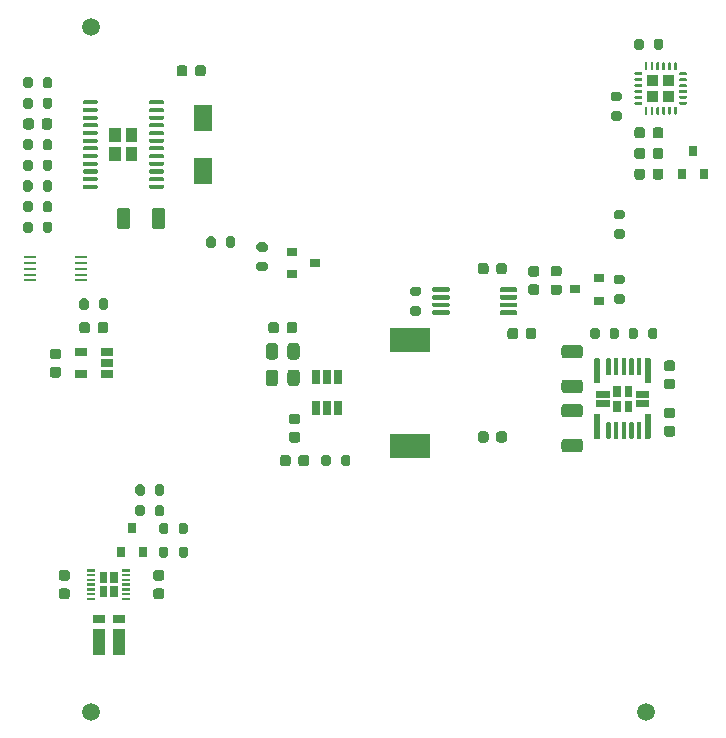
<source format=gbr>
G04 #@! TF.GenerationSoftware,KiCad,Pcbnew,(5.1.8)-1*
G04 #@! TF.CreationDate,2020-12-13T20:51:34-08:00*
G04 #@! TF.ProjectId,IRIS-power,49524953-2d70-46f7-9765-722e6b696361,rev?*
G04 #@! TF.SameCoordinates,Original*
G04 #@! TF.FileFunction,Paste,Top*
G04 #@! TF.FilePolarity,Positive*
%FSLAX46Y46*%
G04 Gerber Fmt 4.6, Leading zero omitted, Abs format (unit mm)*
G04 Created by KiCad (PCBNEW (5.1.8)-1) date 2020-12-13 20:51:34*
%MOMM*%
%LPD*%
G01*
G04 APERTURE LIST*
%ADD10C,0.100000*%
%ADD11R,1.000000X0.800000*%
%ADD12R,1.000000X2.300000*%
%ADD13R,3.500000X2.000000*%
%ADD14R,1.100000X0.250000*%
%ADD15R,1.600000X2.300000*%
%ADD16R,0.800000X0.900000*%
%ADD17R,1.060000X0.650000*%
%ADD18R,0.900000X0.800000*%
%ADD19R,0.650000X1.220000*%
%ADD20C,1.500000*%
G04 APERTURE END LIST*
D10*
G36*
X9740000Y-18120000D02*
G01*
X9740000Y-17200000D01*
X10370000Y-17200000D01*
X10370000Y-18120000D01*
X9740000Y-18120000D01*
G37*
G36*
X9740000Y-19300000D02*
G01*
X9740000Y-18380000D01*
X10370000Y-18380000D01*
X10370000Y-19300000D01*
X9740000Y-19300000D01*
G37*
G36*
X10630000Y-19300000D02*
G01*
X10630000Y-18380000D01*
X11260000Y-18380000D01*
X11260000Y-19300000D01*
X10630000Y-19300000D01*
G37*
G36*
X10630000Y-18120000D02*
G01*
X10630000Y-17200000D01*
X11260000Y-17200000D01*
X11260000Y-18120000D01*
X10630000Y-18120000D01*
G37*
G36*
X57050000Y23550000D02*
G01*
X57050000Y22600000D01*
X56100000Y22600000D01*
X56100000Y23550000D01*
X57050000Y23550000D01*
G37*
G36*
X57050000Y24900000D02*
G01*
X57050000Y23950000D01*
X56100000Y23950000D01*
X56100000Y24900000D01*
X57050000Y24900000D01*
G37*
G36*
X58400000Y24900000D02*
G01*
X58400000Y23950000D01*
X57450000Y23950000D01*
X57450000Y24900000D01*
X58400000Y24900000D01*
G37*
G36*
X58400000Y23550000D02*
G01*
X58400000Y22600000D01*
X57450000Y22600000D01*
X57450000Y23550000D01*
X58400000Y23550000D01*
G37*
G36*
X54750000Y-2700000D02*
G01*
X54750000Y-3550000D01*
X54200000Y-3550000D01*
X54200000Y-2700000D01*
X54750000Y-2700000D01*
G37*
X54750000Y-2700000D02*
X54750000Y-3550000D01*
X54200000Y-3550000D01*
X54200000Y-2700000D01*
X54750000Y-2700000D01*
G36*
X54750000Y-1450000D02*
G01*
X54750000Y-2300000D01*
X54200000Y-2300000D01*
X54200000Y-1450000D01*
X54750000Y-1450000D01*
G37*
X54750000Y-1450000D02*
X54750000Y-2300000D01*
X54200000Y-2300000D01*
X54200000Y-1450000D01*
X54750000Y-1450000D01*
G36*
X53800000Y-2700000D02*
G01*
X53800000Y-3550000D01*
X53250000Y-3550000D01*
X53250000Y-2700000D01*
X53800000Y-2700000D01*
G37*
X53800000Y-2700000D02*
X53800000Y-3550000D01*
X53250000Y-3550000D01*
X53250000Y-2700000D01*
X53800000Y-2700000D01*
G36*
X53800000Y-1450000D02*
G01*
X53800000Y-2300000D01*
X53250000Y-2300000D01*
X53250000Y-1450000D01*
X53800000Y-1450000D01*
G37*
X53800000Y-1450000D02*
X53800000Y-2300000D01*
X53250000Y-2300000D01*
X53250000Y-1450000D01*
X53800000Y-1450000D01*
G36*
X52850000Y-2650000D02*
G01*
X52850000Y-3150000D01*
X51800000Y-3150000D01*
X51800000Y-2650000D01*
X52850000Y-2650000D01*
G37*
X52850000Y-2650000D02*
X52850000Y-3150000D01*
X51800000Y-3150000D01*
X51800000Y-2650000D01*
X52850000Y-2650000D01*
G36*
X52850000Y-1850000D02*
G01*
X52850000Y-2350000D01*
X51800000Y-2350000D01*
X51800000Y-1850000D01*
X52850000Y-1850000D01*
G37*
X52850000Y-1850000D02*
X52850000Y-2350000D01*
X51800000Y-2350000D01*
X51800000Y-1850000D01*
X52850000Y-1850000D01*
G36*
X56200000Y-2650000D02*
G01*
X56200000Y-3150000D01*
X55150000Y-3150000D01*
X55150000Y-2650000D01*
X56200000Y-2650000D01*
G37*
X56200000Y-2650000D02*
X56200000Y-3150000D01*
X55150000Y-3150000D01*
X55150000Y-2650000D01*
X56200000Y-2650000D01*
G36*
X56200000Y-1850000D02*
G01*
X56200000Y-2350000D01*
X55150000Y-2350000D01*
X55150000Y-1850000D01*
X56200000Y-1850000D01*
G37*
X56200000Y-1850000D02*
X56200000Y-2350000D01*
X55150000Y-2350000D01*
X55150000Y-1850000D01*
X56200000Y-1850000D01*
G36*
X11950000Y19200000D02*
G01*
X11950000Y20425000D01*
X12925000Y20425000D01*
X12925000Y19200000D01*
X11950000Y19200000D01*
G37*
G36*
X11950000Y17575000D02*
G01*
X11950000Y18800000D01*
X12925000Y18800000D01*
X12925000Y17575000D01*
X11950000Y17575000D01*
G37*
G36*
X10575000Y17575000D02*
G01*
X10575000Y18800000D01*
X11550000Y18800000D01*
X11550000Y17575000D01*
X10575000Y17575000D01*
G37*
G36*
X10575000Y19200000D02*
G01*
X10575000Y20425000D01*
X11550000Y20425000D01*
X11550000Y19200000D01*
X10575000Y19200000D01*
G37*
G36*
G01*
X11625000Y-17110000D02*
X11625000Y-16990000D01*
G75*
G02*
X11665000Y-16950000I40000J0D01*
G01*
X12285000Y-16950000D01*
G75*
G02*
X12325000Y-16990000I0J-40000D01*
G01*
X12325000Y-17110000D01*
G75*
G02*
X12285000Y-17150000I-40000J0D01*
G01*
X11665000Y-17150000D01*
G75*
G02*
X11625000Y-17110000I0J40000D01*
G01*
G37*
G36*
G01*
X11625000Y-17510000D02*
X11625000Y-17390000D01*
G75*
G02*
X11665000Y-17350000I40000J0D01*
G01*
X12285000Y-17350000D01*
G75*
G02*
X12325000Y-17390000I0J-40000D01*
G01*
X12325000Y-17510000D01*
G75*
G02*
X12285000Y-17550000I-40000J0D01*
G01*
X11665000Y-17550000D01*
G75*
G02*
X11625000Y-17510000I0J40000D01*
G01*
G37*
G36*
G01*
X11625000Y-17910000D02*
X11625000Y-17790000D01*
G75*
G02*
X11665000Y-17750000I40000J0D01*
G01*
X12285000Y-17750000D01*
G75*
G02*
X12325000Y-17790000I0J-40000D01*
G01*
X12325000Y-17910000D01*
G75*
G02*
X12285000Y-17950000I-40000J0D01*
G01*
X11665000Y-17950000D01*
G75*
G02*
X11625000Y-17910000I0J40000D01*
G01*
G37*
G36*
G01*
X11625000Y-18310000D02*
X11625000Y-18190000D01*
G75*
G02*
X11665000Y-18150000I40000J0D01*
G01*
X12285000Y-18150000D01*
G75*
G02*
X12325000Y-18190000I0J-40000D01*
G01*
X12325000Y-18310000D01*
G75*
G02*
X12285000Y-18350000I-40000J0D01*
G01*
X11665000Y-18350000D01*
G75*
G02*
X11625000Y-18310000I0J40000D01*
G01*
G37*
G36*
G01*
X11625000Y-18710000D02*
X11625000Y-18590000D01*
G75*
G02*
X11665000Y-18550000I40000J0D01*
G01*
X12285000Y-18550000D01*
G75*
G02*
X12325000Y-18590000I0J-40000D01*
G01*
X12325000Y-18710000D01*
G75*
G02*
X12285000Y-18750000I-40000J0D01*
G01*
X11665000Y-18750000D01*
G75*
G02*
X11625000Y-18710000I0J40000D01*
G01*
G37*
G36*
G01*
X11625000Y-19110000D02*
X11625000Y-18990000D01*
G75*
G02*
X11665000Y-18950000I40000J0D01*
G01*
X12285000Y-18950000D01*
G75*
G02*
X12325000Y-18990000I0J-40000D01*
G01*
X12325000Y-19110000D01*
G75*
G02*
X12285000Y-19150000I-40000J0D01*
G01*
X11665000Y-19150000D01*
G75*
G02*
X11625000Y-19110000I0J40000D01*
G01*
G37*
G36*
G01*
X11625000Y-19510000D02*
X11625000Y-19390000D01*
G75*
G02*
X11665000Y-19350000I40000J0D01*
G01*
X12285000Y-19350000D01*
G75*
G02*
X12325000Y-19390000I0J-40000D01*
G01*
X12325000Y-19510000D01*
G75*
G02*
X12285000Y-19550000I-40000J0D01*
G01*
X11665000Y-19550000D01*
G75*
G02*
X11625000Y-19510000I0J40000D01*
G01*
G37*
G36*
G01*
X8675000Y-19510000D02*
X8675000Y-19390000D01*
G75*
G02*
X8715000Y-19350000I40000J0D01*
G01*
X9335000Y-19350000D01*
G75*
G02*
X9375000Y-19390000I0J-40000D01*
G01*
X9375000Y-19510000D01*
G75*
G02*
X9335000Y-19550000I-40000J0D01*
G01*
X8715000Y-19550000D01*
G75*
G02*
X8675000Y-19510000I0J40000D01*
G01*
G37*
G36*
G01*
X8675000Y-19110000D02*
X8675000Y-18990000D01*
G75*
G02*
X8715000Y-18950000I40000J0D01*
G01*
X9335000Y-18950000D01*
G75*
G02*
X9375000Y-18990000I0J-40000D01*
G01*
X9375000Y-19110000D01*
G75*
G02*
X9335000Y-19150000I-40000J0D01*
G01*
X8715000Y-19150000D01*
G75*
G02*
X8675000Y-19110000I0J40000D01*
G01*
G37*
G36*
G01*
X8675000Y-18710000D02*
X8675000Y-18590000D01*
G75*
G02*
X8715000Y-18550000I40000J0D01*
G01*
X9335000Y-18550000D01*
G75*
G02*
X9375000Y-18590000I0J-40000D01*
G01*
X9375000Y-18710000D01*
G75*
G02*
X9335000Y-18750000I-40000J0D01*
G01*
X8715000Y-18750000D01*
G75*
G02*
X8675000Y-18710000I0J40000D01*
G01*
G37*
G36*
G01*
X8675000Y-18310000D02*
X8675000Y-18190000D01*
G75*
G02*
X8715000Y-18150000I40000J0D01*
G01*
X9335000Y-18150000D01*
G75*
G02*
X9375000Y-18190000I0J-40000D01*
G01*
X9375000Y-18310000D01*
G75*
G02*
X9335000Y-18350000I-40000J0D01*
G01*
X8715000Y-18350000D01*
G75*
G02*
X8675000Y-18310000I0J40000D01*
G01*
G37*
G36*
G01*
X8675000Y-17910000D02*
X8675000Y-17790000D01*
G75*
G02*
X8715000Y-17750000I40000J0D01*
G01*
X9335000Y-17750000D01*
G75*
G02*
X9375000Y-17790000I0J-40000D01*
G01*
X9375000Y-17910000D01*
G75*
G02*
X9335000Y-17950000I-40000J0D01*
G01*
X8715000Y-17950000D01*
G75*
G02*
X8675000Y-17910000I0J40000D01*
G01*
G37*
G36*
G01*
X8675000Y-17510000D02*
X8675000Y-17390000D01*
G75*
G02*
X8715000Y-17350000I40000J0D01*
G01*
X9335000Y-17350000D01*
G75*
G02*
X9375000Y-17390000I0J-40000D01*
G01*
X9375000Y-17510000D01*
G75*
G02*
X9335000Y-17550000I-40000J0D01*
G01*
X8715000Y-17550000D01*
G75*
G02*
X8675000Y-17510000I0J40000D01*
G01*
G37*
G36*
G01*
X8675000Y-17110000D02*
X8675000Y-16990000D01*
G75*
G02*
X8715000Y-16950000I40000J0D01*
G01*
X9335000Y-16950000D01*
G75*
G02*
X9375000Y-16990000I0J-40000D01*
G01*
X9375000Y-17110000D01*
G75*
G02*
X9335000Y-17150000I-40000J0D01*
G01*
X8715000Y-17150000D01*
G75*
G02*
X8675000Y-17110000I0J40000D01*
G01*
G37*
G36*
G01*
X59475000Y22550006D02*
X59475000Y22449994D01*
G75*
G02*
X59415006Y22390000I-59994J0D01*
G01*
X58863994Y22390000D01*
G75*
G02*
X58804000Y22449994I0J59994D01*
G01*
X58804000Y22550006D01*
G75*
G02*
X58863994Y22610000I59994J0D01*
G01*
X59415006Y22610000D01*
G75*
G02*
X59475000Y22550006I0J-59994D01*
G01*
G37*
G36*
G01*
X59475000Y23050006D02*
X59475000Y22949994D01*
G75*
G02*
X59415006Y22890000I-59994J0D01*
G01*
X58863994Y22890000D01*
G75*
G02*
X58804000Y22949994I0J59994D01*
G01*
X58804000Y23050006D01*
G75*
G02*
X58863994Y23110000I59994J0D01*
G01*
X59415006Y23110000D01*
G75*
G02*
X59475000Y23050006I0J-59994D01*
G01*
G37*
G36*
G01*
X59475000Y23549940D02*
X59475000Y23450060D01*
G75*
G02*
X59414940Y23390000I-60060J0D01*
G01*
X58864060Y23390000D01*
G75*
G02*
X58804000Y23450060I0J60060D01*
G01*
X58804000Y23549940D01*
G75*
G02*
X58864060Y23610000I60060J0D01*
G01*
X59414940Y23610000D01*
G75*
G02*
X59475000Y23549940I0J-60060D01*
G01*
G37*
G36*
G01*
X59475000Y24050006D02*
X59475000Y23949994D01*
G75*
G02*
X59415006Y23890000I-59994J0D01*
G01*
X58863994Y23890000D01*
G75*
G02*
X58804000Y23949994I0J59994D01*
G01*
X58804000Y24050006D01*
G75*
G02*
X58863994Y24110000I59994J0D01*
G01*
X59415006Y24110000D01*
G75*
G02*
X59475000Y24050006I0J-59994D01*
G01*
G37*
G36*
G01*
X59475000Y24550006D02*
X59475000Y24449994D01*
G75*
G02*
X59415006Y24390000I-59994J0D01*
G01*
X58863994Y24390000D01*
G75*
G02*
X58804000Y24449994I0J59994D01*
G01*
X58804000Y24550006D01*
G75*
G02*
X58863994Y24610000I59994J0D01*
G01*
X59415006Y24610000D01*
G75*
G02*
X59475000Y24550006I0J-59994D01*
G01*
G37*
G36*
G01*
X59475000Y25050006D02*
X59475000Y24949994D01*
G75*
G02*
X59415006Y24890000I-59994J0D01*
G01*
X58863994Y24890000D01*
G75*
G02*
X58804000Y24949994I0J59994D01*
G01*
X58804000Y25050006D01*
G75*
G02*
X58863994Y25110000I59994J0D01*
G01*
X59415006Y25110000D01*
G75*
G02*
X59475000Y25050006I0J-59994D01*
G01*
G37*
G36*
G01*
X58549940Y25304000D02*
X58450060Y25304000D01*
G75*
G02*
X58390000Y25364060I0J60060D01*
G01*
X58390000Y25914940D01*
G75*
G02*
X58450060Y25975000I60060J0D01*
G01*
X58549940Y25975000D01*
G75*
G02*
X58610000Y25914940I0J-60060D01*
G01*
X58610000Y25364060D01*
G75*
G02*
X58549940Y25304000I-60060J0D01*
G01*
G37*
G36*
G01*
X58049940Y25304000D02*
X57950060Y25304000D01*
G75*
G02*
X57890000Y25364060I0J60060D01*
G01*
X57890000Y25914940D01*
G75*
G02*
X57950060Y25975000I60060J0D01*
G01*
X58049940Y25975000D01*
G75*
G02*
X58110000Y25914940I0J-60060D01*
G01*
X58110000Y25364060D01*
G75*
G02*
X58049940Y25304000I-60060J0D01*
G01*
G37*
G36*
G01*
X57550006Y25304000D02*
X57449994Y25304000D01*
G75*
G02*
X57390000Y25363994I0J59994D01*
G01*
X57390000Y25915006D01*
G75*
G02*
X57449994Y25975000I59994J0D01*
G01*
X57550006Y25975000D01*
G75*
G02*
X57610000Y25915006I0J-59994D01*
G01*
X57610000Y25363994D01*
G75*
G02*
X57550006Y25304000I-59994J0D01*
G01*
G37*
G36*
G01*
X57049940Y25304000D02*
X56950060Y25304000D01*
G75*
G02*
X56890000Y25364060I0J60060D01*
G01*
X56890000Y25914940D01*
G75*
G02*
X56950060Y25975000I60060J0D01*
G01*
X57049940Y25975000D01*
G75*
G02*
X57110000Y25914940I0J-60060D01*
G01*
X57110000Y25364060D01*
G75*
G02*
X57049940Y25304000I-60060J0D01*
G01*
G37*
G36*
G01*
X56550006Y25304000D02*
X56449994Y25304000D01*
G75*
G02*
X56390000Y25363994I0J59994D01*
G01*
X56390000Y25915006D01*
G75*
G02*
X56449994Y25975000I59994J0D01*
G01*
X56550006Y25975000D01*
G75*
G02*
X56610000Y25915006I0J-59994D01*
G01*
X56610000Y25363994D01*
G75*
G02*
X56550006Y25304000I-59994J0D01*
G01*
G37*
G36*
G01*
X56049940Y25304000D02*
X55950060Y25304000D01*
G75*
G02*
X55890000Y25364060I0J60060D01*
G01*
X55890000Y25914940D01*
G75*
G02*
X55950060Y25975000I60060J0D01*
G01*
X56049940Y25975000D01*
G75*
G02*
X56110000Y25914940I0J-60060D01*
G01*
X56110000Y25364060D01*
G75*
G02*
X56049940Y25304000I-60060J0D01*
G01*
G37*
G36*
G01*
X55696000Y25049940D02*
X55696000Y24950060D01*
G75*
G02*
X55635940Y24890000I-60060J0D01*
G01*
X55085060Y24890000D01*
G75*
G02*
X55025000Y24950060I0J60060D01*
G01*
X55025000Y25049940D01*
G75*
G02*
X55085060Y25110000I60060J0D01*
G01*
X55635940Y25110000D01*
G75*
G02*
X55696000Y25049940I0J-60060D01*
G01*
G37*
G36*
G01*
X55696000Y24550006D02*
X55696000Y24449994D01*
G75*
G02*
X55636006Y24390000I-59994J0D01*
G01*
X55084994Y24390000D01*
G75*
G02*
X55025000Y24449994I0J59994D01*
G01*
X55025000Y24550006D01*
G75*
G02*
X55084994Y24610000I59994J0D01*
G01*
X55636006Y24610000D01*
G75*
G02*
X55696000Y24550006I0J-59994D01*
G01*
G37*
G36*
G01*
X55696000Y24050006D02*
X55696000Y23949994D01*
G75*
G02*
X55636006Y23890000I-59994J0D01*
G01*
X55084994Y23890000D01*
G75*
G02*
X55025000Y23949994I0J59994D01*
G01*
X55025000Y24050006D01*
G75*
G02*
X55084994Y24110000I59994J0D01*
G01*
X55636006Y24110000D01*
G75*
G02*
X55696000Y24050006I0J-59994D01*
G01*
G37*
G36*
G01*
X55696000Y23550006D02*
X55696000Y23449994D01*
G75*
G02*
X55636006Y23390000I-59994J0D01*
G01*
X55084994Y23390000D01*
G75*
G02*
X55025000Y23449994I0J59994D01*
G01*
X55025000Y23550006D01*
G75*
G02*
X55084994Y23610000I59994J0D01*
G01*
X55636006Y23610000D01*
G75*
G02*
X55696000Y23550006I0J-59994D01*
G01*
G37*
G36*
G01*
X55696000Y23050006D02*
X55696000Y22949994D01*
G75*
G02*
X55636006Y22890000I-59994J0D01*
G01*
X55084994Y22890000D01*
G75*
G02*
X55025000Y22949994I0J59994D01*
G01*
X55025000Y23050006D01*
G75*
G02*
X55084994Y23110000I59994J0D01*
G01*
X55636006Y23110000D01*
G75*
G02*
X55696000Y23050006I0J-59994D01*
G01*
G37*
G36*
G01*
X55696000Y22550006D02*
X55696000Y22449994D01*
G75*
G02*
X55636006Y22390000I-59994J0D01*
G01*
X55084994Y22390000D01*
G75*
G02*
X55025000Y22449994I0J59994D01*
G01*
X55025000Y22550006D01*
G75*
G02*
X55084994Y22610000I59994J0D01*
G01*
X55636006Y22610000D01*
G75*
G02*
X55696000Y22550006I0J-59994D01*
G01*
G37*
G36*
G01*
X56050006Y21525000D02*
X55949994Y21525000D01*
G75*
G02*
X55890000Y21584994I0J59994D01*
G01*
X55890000Y22136006D01*
G75*
G02*
X55949994Y22196000I59994J0D01*
G01*
X56050006Y22196000D01*
G75*
G02*
X56110000Y22136006I0J-59994D01*
G01*
X56110000Y21584994D01*
G75*
G02*
X56050006Y21525000I-59994J0D01*
G01*
G37*
G36*
G01*
X56550006Y21525000D02*
X56449994Y21525000D01*
G75*
G02*
X56390000Y21584994I0J59994D01*
G01*
X56390000Y22136006D01*
G75*
G02*
X56449994Y22196000I59994J0D01*
G01*
X56550006Y22196000D01*
G75*
G02*
X56610000Y22136006I0J-59994D01*
G01*
X56610000Y21584994D01*
G75*
G02*
X56550006Y21525000I-59994J0D01*
G01*
G37*
G36*
G01*
X57050006Y21525000D02*
X56949994Y21525000D01*
G75*
G02*
X56890000Y21584994I0J59994D01*
G01*
X56890000Y22136006D01*
G75*
G02*
X56949994Y22196000I59994J0D01*
G01*
X57050006Y22196000D01*
G75*
G02*
X57110000Y22136006I0J-59994D01*
G01*
X57110000Y21584994D01*
G75*
G02*
X57050006Y21525000I-59994J0D01*
G01*
G37*
G36*
G01*
X57550006Y21525000D02*
X57449994Y21525000D01*
G75*
G02*
X57390000Y21584994I0J59994D01*
G01*
X57390000Y22136006D01*
G75*
G02*
X57449994Y22196000I59994J0D01*
G01*
X57550006Y22196000D01*
G75*
G02*
X57610000Y22136006I0J-59994D01*
G01*
X57610000Y21584994D01*
G75*
G02*
X57550006Y21525000I-59994J0D01*
G01*
G37*
G36*
G01*
X58050006Y21525000D02*
X57949994Y21525000D01*
G75*
G02*
X57890000Y21584994I0J59994D01*
G01*
X57890000Y22136006D01*
G75*
G02*
X57949994Y22196000I59994J0D01*
G01*
X58050006Y22196000D01*
G75*
G02*
X58110000Y22136006I0J-59994D01*
G01*
X58110000Y21584994D01*
G75*
G02*
X58050006Y21525000I-59994J0D01*
G01*
G37*
G36*
G01*
X58550006Y21525000D02*
X58449994Y21525000D01*
G75*
G02*
X58390000Y21584994I0J59994D01*
G01*
X58390000Y22136006D01*
G75*
G02*
X58449994Y22196000I59994J0D01*
G01*
X58550006Y22196000D01*
G75*
G02*
X58610000Y22136006I0J-59994D01*
G01*
X58610000Y21584994D01*
G75*
G02*
X58550006Y21525000I-59994J0D01*
G01*
G37*
G36*
G01*
X55570000Y-500000D02*
X55290000Y-500000D01*
G75*
G02*
X55255000Y-465000I0J35000D01*
G01*
X55255000Y865000D01*
G75*
G02*
X55290000Y900000I35000J0D01*
G01*
X55570000Y900000D01*
G75*
G02*
X55605000Y865000I0J-35000D01*
G01*
X55605000Y-465000D01*
G75*
G02*
X55570000Y-500000I-35000J0D01*
G01*
G37*
G36*
G01*
X54920000Y-500000D02*
X54640000Y-500000D01*
G75*
G02*
X54605000Y-465000I0J35000D01*
G01*
X54605000Y865000D01*
G75*
G02*
X54640000Y900000I35000J0D01*
G01*
X54920000Y900000D01*
G75*
G02*
X54955000Y865000I0J-35000D01*
G01*
X54955000Y-465000D01*
G75*
G02*
X54920000Y-500000I-35000J0D01*
G01*
G37*
G36*
G01*
X54270000Y-500000D02*
X53990000Y-500000D01*
G75*
G02*
X53955000Y-465000I0J35000D01*
G01*
X53955000Y865000D01*
G75*
G02*
X53990000Y900000I35000J0D01*
G01*
X54270000Y900000D01*
G75*
G02*
X54305000Y865000I0J-35000D01*
G01*
X54305000Y-465000D01*
G75*
G02*
X54270000Y-500000I-35000J0D01*
G01*
G37*
G36*
G01*
X53620000Y-500000D02*
X53340000Y-500000D01*
G75*
G02*
X53305000Y-465000I0J35000D01*
G01*
X53305000Y865000D01*
G75*
G02*
X53340000Y900000I35000J0D01*
G01*
X53620000Y900000D01*
G75*
G02*
X53655000Y865000I0J-35000D01*
G01*
X53655000Y-465000D01*
G75*
G02*
X53620000Y-500000I-35000J0D01*
G01*
G37*
G36*
G01*
X52970000Y-500000D02*
X52690000Y-500000D01*
G75*
G02*
X52655000Y-465000I0J35000D01*
G01*
X52655000Y865000D01*
G75*
G02*
X52690000Y900000I35000J0D01*
G01*
X52970000Y900000D01*
G75*
G02*
X53005000Y865000I0J-35000D01*
G01*
X53005000Y-465000D01*
G75*
G02*
X52970000Y-500000I-35000J0D01*
G01*
G37*
G36*
G01*
X52970000Y-5900000D02*
X52690000Y-5900000D01*
G75*
G02*
X52655000Y-5865000I0J35000D01*
G01*
X52655000Y-4535000D01*
G75*
G02*
X52690000Y-4500000I35000J0D01*
G01*
X52970000Y-4500000D01*
G75*
G02*
X53005000Y-4535000I0J-35000D01*
G01*
X53005000Y-5865000D01*
G75*
G02*
X52970000Y-5900000I-35000J0D01*
G01*
G37*
G36*
G01*
X53620000Y-5900000D02*
X53340000Y-5900000D01*
G75*
G02*
X53305000Y-5865000I0J35000D01*
G01*
X53305000Y-4535000D01*
G75*
G02*
X53340000Y-4500000I35000J0D01*
G01*
X53620000Y-4500000D01*
G75*
G02*
X53655000Y-4535000I0J-35000D01*
G01*
X53655000Y-5865000D01*
G75*
G02*
X53620000Y-5900000I-35000J0D01*
G01*
G37*
G36*
G01*
X54270000Y-5900000D02*
X53990000Y-5900000D01*
G75*
G02*
X53955000Y-5865000I0J35000D01*
G01*
X53955000Y-4535000D01*
G75*
G02*
X53990000Y-4500000I35000J0D01*
G01*
X54270000Y-4500000D01*
G75*
G02*
X54305000Y-4535000I0J-35000D01*
G01*
X54305000Y-5865000D01*
G75*
G02*
X54270000Y-5900000I-35000J0D01*
G01*
G37*
G36*
G01*
X54920000Y-5900000D02*
X54640000Y-5900000D01*
G75*
G02*
X54605000Y-5865000I0J35000D01*
G01*
X54605000Y-4535000D01*
G75*
G02*
X54640000Y-4500000I35000J0D01*
G01*
X54920000Y-4500000D01*
G75*
G02*
X54955000Y-4535000I0J-35000D01*
G01*
X54955000Y-5865000D01*
G75*
G02*
X54920000Y-5900000I-35000J0D01*
G01*
G37*
G36*
G01*
X55570000Y-5900000D02*
X55290000Y-5900000D01*
G75*
G02*
X55255000Y-5865000I0J35000D01*
G01*
X55255000Y-4535000D01*
G75*
G02*
X55290000Y-4500000I35000J0D01*
G01*
X55570000Y-4500000D01*
G75*
G02*
X55605000Y-4535000I0J-35000D01*
G01*
X55605000Y-5865000D01*
G75*
G02*
X55570000Y-5900000I-35000J0D01*
G01*
G37*
G36*
G01*
X52055000Y-1200000D02*
X51655000Y-1200000D01*
G75*
G02*
X51605000Y-1150000I0J50000D01*
G01*
X51605000Y850000D01*
G75*
G02*
X51655000Y900000I50000J0D01*
G01*
X52055000Y900000D01*
G75*
G02*
X52105000Y850000I0J-50000D01*
G01*
X52105000Y-1150000D01*
G75*
G02*
X52055000Y-1200000I-50000J0D01*
G01*
G37*
G36*
G01*
X56355000Y-1200000D02*
X55955000Y-1200000D01*
G75*
G02*
X55905000Y-1150000I0J50000D01*
G01*
X55905000Y850000D01*
G75*
G02*
X55955000Y900000I50000J0D01*
G01*
X56355000Y900000D01*
G75*
G02*
X56405000Y850000I0J-50000D01*
G01*
X56405000Y-1150000D01*
G75*
G02*
X56355000Y-1200000I-50000J0D01*
G01*
G37*
G36*
G01*
X52055000Y-5900000D02*
X51655000Y-5900000D01*
G75*
G02*
X51605000Y-5850000I0J50000D01*
G01*
X51605000Y-3850000D01*
G75*
G02*
X51655000Y-3800000I50000J0D01*
G01*
X52055000Y-3800000D01*
G75*
G02*
X52105000Y-3850000I0J-50000D01*
G01*
X52105000Y-5850000D01*
G75*
G02*
X52055000Y-5900000I-50000J0D01*
G01*
G37*
G36*
G01*
X56355000Y-5900000D02*
X55955000Y-5900000D01*
G75*
G02*
X55905000Y-5850000I0J50000D01*
G01*
X55905000Y-3850000D01*
G75*
G02*
X55955000Y-3800000I50000J0D01*
G01*
X56355000Y-3800000D01*
G75*
G02*
X56405000Y-3850000I0J-50000D01*
G01*
X56405000Y-5850000D01*
G75*
G02*
X56355000Y-5900000I-50000J0D01*
G01*
G37*
D11*
X9650000Y-21150000D03*
X11350000Y-21150000D03*
D12*
X9650000Y-23100000D03*
X11350000Y-23100000D03*
G36*
G01*
X13575000Y-9975000D02*
X13575000Y-10525000D01*
G75*
G02*
X13375000Y-10725000I-200000J0D01*
G01*
X12975000Y-10725000D01*
G75*
G02*
X12775000Y-10525000I0J200000D01*
G01*
X12775000Y-9975000D01*
G75*
G02*
X12975000Y-9775000I200000J0D01*
G01*
X13375000Y-9775000D01*
G75*
G02*
X13575000Y-9975000I0J-200000D01*
G01*
G37*
G36*
G01*
X15225000Y-9975000D02*
X15225000Y-10525000D01*
G75*
G02*
X15025000Y-10725000I-200000J0D01*
G01*
X14625000Y-10725000D01*
G75*
G02*
X14425000Y-10525000I0J200000D01*
G01*
X14425000Y-9975000D01*
G75*
G02*
X14625000Y-9775000I200000J0D01*
G01*
X15025000Y-9775000D01*
G75*
G02*
X15225000Y-9975000I0J-200000D01*
G01*
G37*
G36*
G01*
X13575000Y-11725000D02*
X13575000Y-12275000D01*
G75*
G02*
X13375000Y-12475000I-200000J0D01*
G01*
X12975000Y-12475000D01*
G75*
G02*
X12775000Y-12275000I0J200000D01*
G01*
X12775000Y-11725000D01*
G75*
G02*
X12975000Y-11525000I200000J0D01*
G01*
X13375000Y-11525000D01*
G75*
G02*
X13575000Y-11725000I0J-200000D01*
G01*
G37*
G36*
G01*
X15225000Y-11725000D02*
X15225000Y-12275000D01*
G75*
G02*
X15025000Y-12475000I-200000J0D01*
G01*
X14625000Y-12475000D01*
G75*
G02*
X14425000Y-12275000I0J200000D01*
G01*
X14425000Y-11725000D01*
G75*
G02*
X14625000Y-11525000I200000J0D01*
G01*
X15025000Y-11525000D01*
G75*
G02*
X15225000Y-11725000I0J-200000D01*
G01*
G37*
G36*
G01*
X16425000Y-15775000D02*
X16425000Y-15225000D01*
G75*
G02*
X16625000Y-15025000I200000J0D01*
G01*
X17025000Y-15025000D01*
G75*
G02*
X17225000Y-15225000I0J-200000D01*
G01*
X17225000Y-15775000D01*
G75*
G02*
X17025000Y-15975000I-200000J0D01*
G01*
X16625000Y-15975000D01*
G75*
G02*
X16425000Y-15775000I0J200000D01*
G01*
G37*
G36*
G01*
X14775000Y-15775000D02*
X14775000Y-15225000D01*
G75*
G02*
X14975000Y-15025000I200000J0D01*
G01*
X15375000Y-15025000D01*
G75*
G02*
X15575000Y-15225000I0J-200000D01*
G01*
X15575000Y-15775000D01*
G75*
G02*
X15375000Y-15975000I-200000J0D01*
G01*
X14975000Y-15975000D01*
G75*
G02*
X14775000Y-15775000I0J200000D01*
G01*
G37*
G36*
G01*
X16425000Y-13775000D02*
X16425000Y-13225000D01*
G75*
G02*
X16625000Y-13025000I200000J0D01*
G01*
X17025000Y-13025000D01*
G75*
G02*
X17225000Y-13225000I0J-200000D01*
G01*
X17225000Y-13775000D01*
G75*
G02*
X17025000Y-13975000I-200000J0D01*
G01*
X16625000Y-13975000D01*
G75*
G02*
X16425000Y-13775000I0J200000D01*
G01*
G37*
G36*
G01*
X14775000Y-13775000D02*
X14775000Y-13225000D01*
G75*
G02*
X14975000Y-13025000I200000J0D01*
G01*
X15375000Y-13025000D01*
G75*
G02*
X15575000Y-13225000I0J-200000D01*
G01*
X15575000Y-13775000D01*
G75*
G02*
X15375000Y-13975000I-200000J0D01*
G01*
X14975000Y-13975000D01*
G75*
G02*
X14775000Y-13775000I0J200000D01*
G01*
G37*
G36*
G01*
X52925000Y2725000D02*
X52925000Y3275000D01*
G75*
G02*
X53125000Y3475000I200000J0D01*
G01*
X53525000Y3475000D01*
G75*
G02*
X53725000Y3275000I0J-200000D01*
G01*
X53725000Y2725000D01*
G75*
G02*
X53525000Y2525000I-200000J0D01*
G01*
X53125000Y2525000D01*
G75*
G02*
X52925000Y2725000I0J200000D01*
G01*
G37*
G36*
G01*
X51275000Y2725000D02*
X51275000Y3275000D01*
G75*
G02*
X51475000Y3475000I200000J0D01*
G01*
X51875000Y3475000D01*
G75*
G02*
X52075000Y3275000I0J-200000D01*
G01*
X52075000Y2725000D01*
G75*
G02*
X51875000Y2525000I-200000J0D01*
G01*
X51475000Y2525000D01*
G75*
G02*
X51275000Y2725000I0J200000D01*
G01*
G37*
G36*
G01*
X56175000Y2725000D02*
X56175000Y3275000D01*
G75*
G02*
X56375000Y3475000I200000J0D01*
G01*
X56775000Y3475000D01*
G75*
G02*
X56975000Y3275000I0J-200000D01*
G01*
X56975000Y2725000D01*
G75*
G02*
X56775000Y2525000I-200000J0D01*
G01*
X56375000Y2525000D01*
G75*
G02*
X56175000Y2725000I0J200000D01*
G01*
G37*
G36*
G01*
X54525000Y2725000D02*
X54525000Y3275000D01*
G75*
G02*
X54725000Y3475000I200000J0D01*
G01*
X55125000Y3475000D01*
G75*
G02*
X55325000Y3275000I0J-200000D01*
G01*
X55325000Y2725000D01*
G75*
G02*
X55125000Y2525000I-200000J0D01*
G01*
X54725000Y2525000D01*
G75*
G02*
X54525000Y2725000I0J200000D01*
G01*
G37*
G36*
G01*
X4925000Y16975000D02*
X4925000Y17525000D01*
G75*
G02*
X5125000Y17725000I200000J0D01*
G01*
X5525000Y17725000D01*
G75*
G02*
X5725000Y17525000I0J-200000D01*
G01*
X5725000Y16975000D01*
G75*
G02*
X5525000Y16775000I-200000J0D01*
G01*
X5125000Y16775000D01*
G75*
G02*
X4925000Y16975000I0J200000D01*
G01*
G37*
G36*
G01*
X3275000Y16975000D02*
X3275000Y17525000D01*
G75*
G02*
X3475000Y17725000I200000J0D01*
G01*
X3875000Y17725000D01*
G75*
G02*
X4075000Y17525000I0J-200000D01*
G01*
X4075000Y16975000D01*
G75*
G02*
X3875000Y16775000I-200000J0D01*
G01*
X3475000Y16775000D01*
G75*
G02*
X3275000Y16975000I0J200000D01*
G01*
G37*
G36*
G01*
X4075000Y19275000D02*
X4075000Y18725000D01*
G75*
G02*
X3875000Y18525000I-200000J0D01*
G01*
X3475000Y18525000D01*
G75*
G02*
X3275000Y18725000I0J200000D01*
G01*
X3275000Y19275000D01*
G75*
G02*
X3475000Y19475000I200000J0D01*
G01*
X3875000Y19475000D01*
G75*
G02*
X4075000Y19275000I0J-200000D01*
G01*
G37*
G36*
G01*
X5725000Y19275000D02*
X5725000Y18725000D01*
G75*
G02*
X5525000Y18525000I-200000J0D01*
G01*
X5125000Y18525000D01*
G75*
G02*
X4925000Y18725000I0J200000D01*
G01*
X4925000Y19275000D01*
G75*
G02*
X5125000Y19475000I200000J0D01*
G01*
X5525000Y19475000D01*
G75*
G02*
X5725000Y19275000I0J-200000D01*
G01*
G37*
G36*
G01*
X23775000Y9925000D02*
X23225000Y9925000D01*
G75*
G02*
X23025000Y10125000I0J200000D01*
G01*
X23025000Y10525000D01*
G75*
G02*
X23225000Y10725000I200000J0D01*
G01*
X23775000Y10725000D01*
G75*
G02*
X23975000Y10525000I0J-200000D01*
G01*
X23975000Y10125000D01*
G75*
G02*
X23775000Y9925000I-200000J0D01*
G01*
G37*
G36*
G01*
X23775000Y8275000D02*
X23225000Y8275000D01*
G75*
G02*
X23025000Y8475000I0J200000D01*
G01*
X23025000Y8875000D01*
G75*
G02*
X23225000Y9075000I200000J0D01*
G01*
X23775000Y9075000D01*
G75*
G02*
X23975000Y8875000I0J-200000D01*
G01*
X23975000Y8475000D01*
G75*
G02*
X23775000Y8275000I-200000J0D01*
G01*
G37*
G36*
G01*
X4925000Y23975000D02*
X4925000Y24525000D01*
G75*
G02*
X5125000Y24725000I200000J0D01*
G01*
X5525000Y24725000D01*
G75*
G02*
X5725000Y24525000I0J-200000D01*
G01*
X5725000Y23975000D01*
G75*
G02*
X5525000Y23775000I-200000J0D01*
G01*
X5125000Y23775000D01*
G75*
G02*
X4925000Y23975000I0J200000D01*
G01*
G37*
G36*
G01*
X3275000Y23975000D02*
X3275000Y24525000D01*
G75*
G02*
X3475000Y24725000I200000J0D01*
G01*
X3875000Y24725000D01*
G75*
G02*
X4075000Y24525000I0J-200000D01*
G01*
X4075000Y23975000D01*
G75*
G02*
X3875000Y23775000I-200000J0D01*
G01*
X3475000Y23775000D01*
G75*
G02*
X3275000Y23975000I0J200000D01*
G01*
G37*
G36*
G01*
X4925000Y22225000D02*
X4925000Y22775000D01*
G75*
G02*
X5125000Y22975000I200000J0D01*
G01*
X5525000Y22975000D01*
G75*
G02*
X5725000Y22775000I0J-200000D01*
G01*
X5725000Y22225000D01*
G75*
G02*
X5525000Y22025000I-200000J0D01*
G01*
X5125000Y22025000D01*
G75*
G02*
X4925000Y22225000I0J200000D01*
G01*
G37*
G36*
G01*
X3275000Y22225000D02*
X3275000Y22775000D01*
G75*
G02*
X3475000Y22975000I200000J0D01*
G01*
X3875000Y22975000D01*
G75*
G02*
X4075000Y22775000I0J-200000D01*
G01*
X4075000Y22225000D01*
G75*
G02*
X3875000Y22025000I-200000J0D01*
G01*
X3475000Y22025000D01*
G75*
G02*
X3275000Y22225000I0J200000D01*
G01*
G37*
G36*
G01*
X4925000Y13475000D02*
X4925000Y14025000D01*
G75*
G02*
X5125000Y14225000I200000J0D01*
G01*
X5525000Y14225000D01*
G75*
G02*
X5725000Y14025000I0J-200000D01*
G01*
X5725000Y13475000D01*
G75*
G02*
X5525000Y13275000I-200000J0D01*
G01*
X5125000Y13275000D01*
G75*
G02*
X4925000Y13475000I0J200000D01*
G01*
G37*
G36*
G01*
X3275000Y13475000D02*
X3275000Y14025000D01*
G75*
G02*
X3475000Y14225000I200000J0D01*
G01*
X3875000Y14225000D01*
G75*
G02*
X4075000Y14025000I0J-200000D01*
G01*
X4075000Y13475000D01*
G75*
G02*
X3875000Y13275000I-200000J0D01*
G01*
X3475000Y13275000D01*
G75*
G02*
X3275000Y13475000I0J200000D01*
G01*
G37*
G36*
G01*
X4075000Y12275000D02*
X4075000Y11725000D01*
G75*
G02*
X3875000Y11525000I-200000J0D01*
G01*
X3475000Y11525000D01*
G75*
G02*
X3275000Y11725000I0J200000D01*
G01*
X3275000Y12275000D01*
G75*
G02*
X3475000Y12475000I200000J0D01*
G01*
X3875000Y12475000D01*
G75*
G02*
X4075000Y12275000I0J-200000D01*
G01*
G37*
G36*
G01*
X5725000Y12275000D02*
X5725000Y11725000D01*
G75*
G02*
X5525000Y11525000I-200000J0D01*
G01*
X5125000Y11525000D01*
G75*
G02*
X4925000Y11725000I0J200000D01*
G01*
X4925000Y12275000D01*
G75*
G02*
X5125000Y12475000I200000J0D01*
G01*
X5525000Y12475000D01*
G75*
G02*
X5725000Y12275000I0J-200000D01*
G01*
G37*
G36*
G01*
X4075000Y15775000D02*
X4075000Y15225000D01*
G75*
G02*
X3875000Y15025000I-200000J0D01*
G01*
X3475000Y15025000D01*
G75*
G02*
X3275000Y15225000I0J200000D01*
G01*
X3275000Y15775000D01*
G75*
G02*
X3475000Y15975000I200000J0D01*
G01*
X3875000Y15975000D01*
G75*
G02*
X4075000Y15775000I0J-200000D01*
G01*
G37*
G36*
G01*
X5725000Y15775000D02*
X5725000Y15225000D01*
G75*
G02*
X5525000Y15025000I-200000J0D01*
G01*
X5125000Y15025000D01*
G75*
G02*
X4925000Y15225000I0J200000D01*
G01*
X4925000Y15775000D01*
G75*
G02*
X5125000Y15975000I200000J0D01*
G01*
X5525000Y15975000D01*
G75*
G02*
X5725000Y15775000I0J-200000D01*
G01*
G37*
G36*
G01*
X9675000Y5225000D02*
X9675000Y5775000D01*
G75*
G02*
X9875000Y5975000I200000J0D01*
G01*
X10275000Y5975000D01*
G75*
G02*
X10475000Y5775000I0J-200000D01*
G01*
X10475000Y5225000D01*
G75*
G02*
X10275000Y5025000I-200000J0D01*
G01*
X9875000Y5025000D01*
G75*
G02*
X9675000Y5225000I0J200000D01*
G01*
G37*
G36*
G01*
X8025000Y5225000D02*
X8025000Y5775000D01*
G75*
G02*
X8225000Y5975000I200000J0D01*
G01*
X8625000Y5975000D01*
G75*
G02*
X8825000Y5775000I0J-200000D01*
G01*
X8825000Y5225000D01*
G75*
G02*
X8625000Y5025000I-200000J0D01*
G01*
X8225000Y5025000D01*
G75*
G02*
X8025000Y5225000I0J200000D01*
G01*
G37*
G36*
G01*
X53775000Y21025000D02*
X53225000Y21025000D01*
G75*
G02*
X53025000Y21225000I0J200000D01*
G01*
X53025000Y21625000D01*
G75*
G02*
X53225000Y21825000I200000J0D01*
G01*
X53775000Y21825000D01*
G75*
G02*
X53975000Y21625000I0J-200000D01*
G01*
X53975000Y21225000D01*
G75*
G02*
X53775000Y21025000I-200000J0D01*
G01*
G37*
G36*
G01*
X53775000Y22675000D02*
X53225000Y22675000D01*
G75*
G02*
X53025000Y22875000I0J200000D01*
G01*
X53025000Y23275000D01*
G75*
G02*
X53225000Y23475000I200000J0D01*
G01*
X53775000Y23475000D01*
G75*
G02*
X53975000Y23275000I0J-200000D01*
G01*
X53975000Y22875000D01*
G75*
G02*
X53775000Y22675000I-200000J0D01*
G01*
G37*
G36*
G01*
X53475000Y6325000D02*
X54025000Y6325000D01*
G75*
G02*
X54225000Y6125000I0J-200000D01*
G01*
X54225000Y5725000D01*
G75*
G02*
X54025000Y5525000I-200000J0D01*
G01*
X53475000Y5525000D01*
G75*
G02*
X53275000Y5725000I0J200000D01*
G01*
X53275000Y6125000D01*
G75*
G02*
X53475000Y6325000I200000J0D01*
G01*
G37*
G36*
G01*
X53475000Y7975000D02*
X54025000Y7975000D01*
G75*
G02*
X54225000Y7775000I0J-200000D01*
G01*
X54225000Y7375000D01*
G75*
G02*
X54025000Y7175000I-200000J0D01*
G01*
X53475000Y7175000D01*
G75*
G02*
X53275000Y7375000I0J200000D01*
G01*
X53275000Y7775000D01*
G75*
G02*
X53475000Y7975000I200000J0D01*
G01*
G37*
G36*
G01*
X54025000Y12675000D02*
X53475000Y12675000D01*
G75*
G02*
X53275000Y12875000I0J200000D01*
G01*
X53275000Y13275000D01*
G75*
G02*
X53475000Y13475000I200000J0D01*
G01*
X54025000Y13475000D01*
G75*
G02*
X54225000Y13275000I0J-200000D01*
G01*
X54225000Y12875000D01*
G75*
G02*
X54025000Y12675000I-200000J0D01*
G01*
G37*
G36*
G01*
X54025000Y11025000D02*
X53475000Y11025000D01*
G75*
G02*
X53275000Y11225000I0J200000D01*
G01*
X53275000Y11625000D01*
G75*
G02*
X53475000Y11825000I200000J0D01*
G01*
X54025000Y11825000D01*
G75*
G02*
X54225000Y11625000I0J-200000D01*
G01*
X54225000Y11225000D01*
G75*
G02*
X54025000Y11025000I-200000J0D01*
G01*
G37*
G36*
G01*
X55025000Y27225000D02*
X55025000Y27775000D01*
G75*
G02*
X55225000Y27975000I200000J0D01*
G01*
X55625000Y27975000D01*
G75*
G02*
X55825000Y27775000I0J-200000D01*
G01*
X55825000Y27225000D01*
G75*
G02*
X55625000Y27025000I-200000J0D01*
G01*
X55225000Y27025000D01*
G75*
G02*
X55025000Y27225000I0J200000D01*
G01*
G37*
G36*
G01*
X56675000Y27225000D02*
X56675000Y27775000D01*
G75*
G02*
X56875000Y27975000I200000J0D01*
G01*
X57275000Y27975000D01*
G75*
G02*
X57475000Y27775000I0J-200000D01*
G01*
X57475000Y27225000D01*
G75*
G02*
X57275000Y27025000I-200000J0D01*
G01*
X56875000Y27025000D01*
G75*
G02*
X56675000Y27225000I0J200000D01*
G01*
G37*
G36*
G01*
X36775000Y6175000D02*
X36225000Y6175000D01*
G75*
G02*
X36025000Y6375000I0J200000D01*
G01*
X36025000Y6775000D01*
G75*
G02*
X36225000Y6975000I200000J0D01*
G01*
X36775000Y6975000D01*
G75*
G02*
X36975000Y6775000I0J-200000D01*
G01*
X36975000Y6375000D01*
G75*
G02*
X36775000Y6175000I-200000J0D01*
G01*
G37*
G36*
G01*
X36775000Y4525000D02*
X36225000Y4525000D01*
G75*
G02*
X36025000Y4725000I0J200000D01*
G01*
X36025000Y5125000D01*
G75*
G02*
X36225000Y5325000I200000J0D01*
G01*
X36775000Y5325000D01*
G75*
G02*
X36975000Y5125000I0J-200000D01*
G01*
X36975000Y4725000D01*
G75*
G02*
X36775000Y4525000I-200000J0D01*
G01*
G37*
G36*
G01*
X19575000Y11025000D02*
X19575000Y10475000D01*
G75*
G02*
X19375000Y10275000I-200000J0D01*
G01*
X18975000Y10275000D01*
G75*
G02*
X18775000Y10475000I0J200000D01*
G01*
X18775000Y11025000D01*
G75*
G02*
X18975000Y11225000I200000J0D01*
G01*
X19375000Y11225000D01*
G75*
G02*
X19575000Y11025000I0J-200000D01*
G01*
G37*
G36*
G01*
X21225000Y11025000D02*
X21225000Y10475000D01*
G75*
G02*
X21025000Y10275000I-200000J0D01*
G01*
X20625000Y10275000D01*
G75*
G02*
X20425000Y10475000I0J200000D01*
G01*
X20425000Y11025000D01*
G75*
G02*
X20625000Y11225000I200000J0D01*
G01*
X21025000Y11225000D01*
G75*
G02*
X21225000Y11025000I0J-200000D01*
G01*
G37*
G36*
G01*
X29325000Y-7475000D02*
X29325000Y-8025000D01*
G75*
G02*
X29125000Y-8225000I-200000J0D01*
G01*
X28725000Y-8225000D01*
G75*
G02*
X28525000Y-8025000I0J200000D01*
G01*
X28525000Y-7475000D01*
G75*
G02*
X28725000Y-7275000I200000J0D01*
G01*
X29125000Y-7275000D01*
G75*
G02*
X29325000Y-7475000I0J-200000D01*
G01*
G37*
G36*
G01*
X30975000Y-7475000D02*
X30975000Y-8025000D01*
G75*
G02*
X30775000Y-8225000I-200000J0D01*
G01*
X30375000Y-8225000D01*
G75*
G02*
X30175000Y-8025000I0J200000D01*
G01*
X30175000Y-7475000D01*
G75*
G02*
X30375000Y-7275000I200000J0D01*
G01*
X30775000Y-7275000D01*
G75*
G02*
X30975000Y-7475000I0J-200000D01*
G01*
G37*
G36*
G01*
X25650000Y1049998D02*
X25650000Y1950002D01*
G75*
G02*
X25899998Y2200000I249998J0D01*
G01*
X26425002Y2200000D01*
G75*
G02*
X26675000Y1950002I0J-249998D01*
G01*
X26675000Y1049998D01*
G75*
G02*
X26425002Y800000I-249998J0D01*
G01*
X25899998Y800000D01*
G75*
G02*
X25650000Y1049998I0J249998D01*
G01*
G37*
G36*
G01*
X23825000Y1049998D02*
X23825000Y1950002D01*
G75*
G02*
X24074998Y2200000I249998J0D01*
G01*
X24600002Y2200000D01*
G75*
G02*
X24850000Y1950002I0J-249998D01*
G01*
X24850000Y1049998D01*
G75*
G02*
X24600002Y800000I-249998J0D01*
G01*
X24074998Y800000D01*
G75*
G02*
X23825000Y1049998I0J249998D01*
G01*
G37*
G36*
G01*
X24850000Y-299998D02*
X24850000Y-1200002D01*
G75*
G02*
X24600002Y-1450000I-249998J0D01*
G01*
X24074998Y-1450000D01*
G75*
G02*
X23825000Y-1200002I0J249998D01*
G01*
X23825000Y-299998D01*
G75*
G02*
X24074998Y-50000I249998J0D01*
G01*
X24600002Y-50000D01*
G75*
G02*
X24850000Y-299998I0J-249998D01*
G01*
G37*
G36*
G01*
X26675000Y-299998D02*
X26675000Y-1200002D01*
G75*
G02*
X26425002Y-1450000I-249998J0D01*
G01*
X25899998Y-1450000D01*
G75*
G02*
X25650000Y-1200002I0J249998D01*
G01*
X25650000Y-299998D01*
G75*
G02*
X25899998Y-50000I249998J0D01*
G01*
X26425002Y-50000D01*
G75*
G02*
X26675000Y-299998I0J-249998D01*
G01*
G37*
G36*
G01*
X6500000Y-18575000D02*
X7000000Y-18575000D01*
G75*
G02*
X7225000Y-18800000I0J-225000D01*
G01*
X7225000Y-19250000D01*
G75*
G02*
X7000000Y-19475000I-225000J0D01*
G01*
X6500000Y-19475000D01*
G75*
G02*
X6275000Y-19250000I0J225000D01*
G01*
X6275000Y-18800000D01*
G75*
G02*
X6500000Y-18575000I225000J0D01*
G01*
G37*
G36*
G01*
X6500000Y-17025000D02*
X7000000Y-17025000D01*
G75*
G02*
X7225000Y-17250000I0J-225000D01*
G01*
X7225000Y-17700000D01*
G75*
G02*
X7000000Y-17925000I-225000J0D01*
G01*
X6500000Y-17925000D01*
G75*
G02*
X6275000Y-17700000I0J225000D01*
G01*
X6275000Y-17250000D01*
G75*
G02*
X6500000Y-17025000I225000J0D01*
G01*
G37*
G36*
G01*
X14500000Y-18575000D02*
X15000000Y-18575000D01*
G75*
G02*
X15225000Y-18800000I0J-225000D01*
G01*
X15225000Y-19250000D01*
G75*
G02*
X15000000Y-19475000I-225000J0D01*
G01*
X14500000Y-19475000D01*
G75*
G02*
X14275000Y-19250000I0J225000D01*
G01*
X14275000Y-18800000D01*
G75*
G02*
X14500000Y-18575000I225000J0D01*
G01*
G37*
G36*
G01*
X14500000Y-17025000D02*
X15000000Y-17025000D01*
G75*
G02*
X15225000Y-17250000I0J-225000D01*
G01*
X15225000Y-17700000D01*
G75*
G02*
X15000000Y-17925000I-225000J0D01*
G01*
X14500000Y-17925000D01*
G75*
G02*
X14275000Y-17700000I0J225000D01*
G01*
X14275000Y-17250000D01*
G75*
G02*
X14500000Y-17025000I225000J0D01*
G01*
G37*
G36*
G01*
X58250000Y-4175000D02*
X57750000Y-4175000D01*
G75*
G02*
X57525000Y-3950000I0J225000D01*
G01*
X57525000Y-3500000D01*
G75*
G02*
X57750000Y-3275000I225000J0D01*
G01*
X58250000Y-3275000D01*
G75*
G02*
X58475000Y-3500000I0J-225000D01*
G01*
X58475000Y-3950000D01*
G75*
G02*
X58250000Y-4175000I-225000J0D01*
G01*
G37*
G36*
G01*
X58250000Y-5725000D02*
X57750000Y-5725000D01*
G75*
G02*
X57525000Y-5500000I0J225000D01*
G01*
X57525000Y-5050000D01*
G75*
G02*
X57750000Y-4825000I225000J0D01*
G01*
X58250000Y-4825000D01*
G75*
G02*
X58475000Y-5050000I0J-225000D01*
G01*
X58475000Y-5500000D01*
G75*
G02*
X58250000Y-5725000I-225000J0D01*
G01*
G37*
G36*
G01*
X57750000Y-825000D02*
X58250000Y-825000D01*
G75*
G02*
X58475000Y-1050000I0J-225000D01*
G01*
X58475000Y-1500000D01*
G75*
G02*
X58250000Y-1725000I-225000J0D01*
G01*
X57750000Y-1725000D01*
G75*
G02*
X57525000Y-1500000I0J225000D01*
G01*
X57525000Y-1050000D01*
G75*
G02*
X57750000Y-825000I225000J0D01*
G01*
G37*
G36*
G01*
X57750000Y725000D02*
X58250000Y725000D01*
G75*
G02*
X58475000Y500000I0J-225000D01*
G01*
X58475000Y50000D01*
G75*
G02*
X58250000Y-175000I-225000J0D01*
G01*
X57750000Y-175000D01*
G75*
G02*
X57525000Y50000I0J225000D01*
G01*
X57525000Y500000D01*
G75*
G02*
X57750000Y725000I225000J0D01*
G01*
G37*
G36*
G01*
X17825000Y25000000D02*
X17825000Y25500000D01*
G75*
G02*
X18050000Y25725000I225000J0D01*
G01*
X18500000Y25725000D01*
G75*
G02*
X18725000Y25500000I0J-225000D01*
G01*
X18725000Y25000000D01*
G75*
G02*
X18500000Y24775000I-225000J0D01*
G01*
X18050000Y24775000D01*
G75*
G02*
X17825000Y25000000I0J225000D01*
G01*
G37*
G36*
G01*
X16275000Y25000000D02*
X16275000Y25500000D01*
G75*
G02*
X16500000Y25725000I225000J0D01*
G01*
X16950000Y25725000D01*
G75*
G02*
X17175000Y25500000I0J-225000D01*
G01*
X17175000Y25000000D01*
G75*
G02*
X16950000Y24775000I-225000J0D01*
G01*
X16500000Y24775000D01*
G75*
G02*
X16275000Y25000000I0J225000D01*
G01*
G37*
G36*
G01*
X4175000Y21000000D02*
X4175000Y20500000D01*
G75*
G02*
X3950000Y20275000I-225000J0D01*
G01*
X3500000Y20275000D01*
G75*
G02*
X3275000Y20500000I0J225000D01*
G01*
X3275000Y21000000D01*
G75*
G02*
X3500000Y21225000I225000J0D01*
G01*
X3950000Y21225000D01*
G75*
G02*
X4175000Y21000000I0J-225000D01*
G01*
G37*
G36*
G01*
X5725000Y21000000D02*
X5725000Y20500000D01*
G75*
G02*
X5500000Y20275000I-225000J0D01*
G01*
X5050000Y20275000D01*
G75*
G02*
X4825000Y20500000I0J225000D01*
G01*
X4825000Y21000000D01*
G75*
G02*
X5050000Y21225000I225000J0D01*
G01*
X5500000Y21225000D01*
G75*
G02*
X5725000Y21000000I0J-225000D01*
G01*
G37*
G36*
G01*
X8925000Y3750000D02*
X8925000Y3250000D01*
G75*
G02*
X8700000Y3025000I-225000J0D01*
G01*
X8250000Y3025000D01*
G75*
G02*
X8025000Y3250000I0J225000D01*
G01*
X8025000Y3750000D01*
G75*
G02*
X8250000Y3975000I225000J0D01*
G01*
X8700000Y3975000D01*
G75*
G02*
X8925000Y3750000I0J-225000D01*
G01*
G37*
G36*
G01*
X10475000Y3750000D02*
X10475000Y3250000D01*
G75*
G02*
X10250000Y3025000I-225000J0D01*
G01*
X9800000Y3025000D01*
G75*
G02*
X9575000Y3250000I0J225000D01*
G01*
X9575000Y3750000D01*
G75*
G02*
X9800000Y3975000I225000J0D01*
G01*
X10250000Y3975000D01*
G75*
G02*
X10475000Y3750000I0J-225000D01*
G01*
G37*
G36*
G01*
X6250000Y825000D02*
X5750000Y825000D01*
G75*
G02*
X5525000Y1050000I0J225000D01*
G01*
X5525000Y1500000D01*
G75*
G02*
X5750000Y1725000I225000J0D01*
G01*
X6250000Y1725000D01*
G75*
G02*
X6475000Y1500000I0J-225000D01*
G01*
X6475000Y1050000D01*
G75*
G02*
X6250000Y825000I-225000J0D01*
G01*
G37*
G36*
G01*
X6250000Y-725000D02*
X5750000Y-725000D01*
G75*
G02*
X5525000Y-500000I0J225000D01*
G01*
X5525000Y-50000D01*
G75*
G02*
X5750000Y175000I225000J0D01*
G01*
X6250000Y175000D01*
G75*
G02*
X6475000Y-50000I0J-225000D01*
G01*
X6475000Y-500000D01*
G75*
G02*
X6250000Y-725000I-225000J0D01*
G01*
G37*
G36*
G01*
X12350000Y13400001D02*
X12350000Y12099999D01*
G75*
G02*
X12100001Y11850000I-249999J0D01*
G01*
X11449999Y11850000D01*
G75*
G02*
X11200000Y12099999I0J249999D01*
G01*
X11200000Y13400001D01*
G75*
G02*
X11449999Y13650000I249999J0D01*
G01*
X12100001Y13650000D01*
G75*
G02*
X12350000Y13400001I0J-249999D01*
G01*
G37*
G36*
G01*
X15300000Y13400001D02*
X15300000Y12099999D01*
G75*
G02*
X15050001Y11850000I-249999J0D01*
G01*
X14399999Y11850000D01*
G75*
G02*
X14150000Y12099999I0J249999D01*
G01*
X14150000Y13400001D01*
G75*
G02*
X14399999Y13650000I249999J0D01*
G01*
X15050001Y13650000D01*
G75*
G02*
X15300000Y13400001I0J-249999D01*
G01*
G37*
G36*
G01*
X57475000Y20250000D02*
X57475000Y19750000D01*
G75*
G02*
X57250000Y19525000I-225000J0D01*
G01*
X56800000Y19525000D01*
G75*
G02*
X56575000Y19750000I0J225000D01*
G01*
X56575000Y20250000D01*
G75*
G02*
X56800000Y20475000I225000J0D01*
G01*
X57250000Y20475000D01*
G75*
G02*
X57475000Y20250000I0J-225000D01*
G01*
G37*
G36*
G01*
X55925000Y20250000D02*
X55925000Y19750000D01*
G75*
G02*
X55700000Y19525000I-225000J0D01*
G01*
X55250000Y19525000D01*
G75*
G02*
X55025000Y19750000I0J225000D01*
G01*
X55025000Y20250000D01*
G75*
G02*
X55250000Y20475000I225000J0D01*
G01*
X55700000Y20475000D01*
G75*
G02*
X55925000Y20250000I0J-225000D01*
G01*
G37*
G36*
G01*
X57475000Y18500000D02*
X57475000Y18000000D01*
G75*
G02*
X57250000Y17775000I-225000J0D01*
G01*
X56800000Y17775000D01*
G75*
G02*
X56575000Y18000000I0J225000D01*
G01*
X56575000Y18500000D01*
G75*
G02*
X56800000Y18725000I225000J0D01*
G01*
X57250000Y18725000D01*
G75*
G02*
X57475000Y18500000I0J-225000D01*
G01*
G37*
G36*
G01*
X55925000Y18500000D02*
X55925000Y18000000D01*
G75*
G02*
X55700000Y17775000I-225000J0D01*
G01*
X55250000Y17775000D01*
G75*
G02*
X55025000Y18000000I0J225000D01*
G01*
X55025000Y18500000D01*
G75*
G02*
X55250000Y18725000I225000J0D01*
G01*
X55700000Y18725000D01*
G75*
G02*
X55925000Y18500000I0J-225000D01*
G01*
G37*
G36*
G01*
X57475000Y16750000D02*
X57475000Y16250000D01*
G75*
G02*
X57250000Y16025000I-225000J0D01*
G01*
X56800000Y16025000D01*
G75*
G02*
X56575000Y16250000I0J225000D01*
G01*
X56575000Y16750000D01*
G75*
G02*
X56800000Y16975000I225000J0D01*
G01*
X57250000Y16975000D01*
G75*
G02*
X57475000Y16750000I0J-225000D01*
G01*
G37*
G36*
G01*
X55925000Y16750000D02*
X55925000Y16250000D01*
G75*
G02*
X55700000Y16025000I-225000J0D01*
G01*
X55250000Y16025000D01*
G75*
G02*
X55025000Y16250000I0J225000D01*
G01*
X55025000Y16750000D01*
G75*
G02*
X55250000Y16975000I225000J0D01*
G01*
X55700000Y16975000D01*
G75*
G02*
X55925000Y16750000I0J-225000D01*
G01*
G37*
G36*
G01*
X45175000Y3250000D02*
X45175000Y2750000D01*
G75*
G02*
X44950000Y2525000I-225000J0D01*
G01*
X44500000Y2525000D01*
G75*
G02*
X44275000Y2750000I0J225000D01*
G01*
X44275000Y3250000D01*
G75*
G02*
X44500000Y3475000I225000J0D01*
G01*
X44950000Y3475000D01*
G75*
G02*
X45175000Y3250000I0J-225000D01*
G01*
G37*
G36*
G01*
X46725000Y3250000D02*
X46725000Y2750000D01*
G75*
G02*
X46500000Y2525000I-225000J0D01*
G01*
X46050000Y2525000D01*
G75*
G02*
X45825000Y2750000I0J225000D01*
G01*
X45825000Y3250000D01*
G75*
G02*
X46050000Y3475000I225000J0D01*
G01*
X46500000Y3475000D01*
G75*
G02*
X46725000Y3250000I0J-225000D01*
G01*
G37*
G36*
G01*
X46750000Y7825000D02*
X46250000Y7825000D01*
G75*
G02*
X46025000Y8050000I0J225000D01*
G01*
X46025000Y8500000D01*
G75*
G02*
X46250000Y8725000I225000J0D01*
G01*
X46750000Y8725000D01*
G75*
G02*
X46975000Y8500000I0J-225000D01*
G01*
X46975000Y8050000D01*
G75*
G02*
X46750000Y7825000I-225000J0D01*
G01*
G37*
G36*
G01*
X46750000Y6275000D02*
X46250000Y6275000D01*
G75*
G02*
X46025000Y6500000I0J225000D01*
G01*
X46025000Y6950000D01*
G75*
G02*
X46250000Y7175000I225000J0D01*
G01*
X46750000Y7175000D01*
G75*
G02*
X46975000Y6950000I0J-225000D01*
G01*
X46975000Y6500000D01*
G75*
G02*
X46750000Y6275000I-225000J0D01*
G01*
G37*
G36*
G01*
X49099999Y-900000D02*
X50400001Y-900000D01*
G75*
G02*
X50650000Y-1149999I0J-249999D01*
G01*
X50650000Y-1800001D01*
G75*
G02*
X50400001Y-2050000I-249999J0D01*
G01*
X49099999Y-2050000D01*
G75*
G02*
X48850000Y-1800001I0J249999D01*
G01*
X48850000Y-1149999D01*
G75*
G02*
X49099999Y-900000I249999J0D01*
G01*
G37*
G36*
G01*
X49099999Y2050000D02*
X50400001Y2050000D01*
G75*
G02*
X50650000Y1800001I0J-249999D01*
G01*
X50650000Y1149999D01*
G75*
G02*
X50400001Y900000I-249999J0D01*
G01*
X49099999Y900000D01*
G75*
G02*
X48850000Y1149999I0J249999D01*
G01*
X48850000Y1800001D01*
G75*
G02*
X49099999Y2050000I249999J0D01*
G01*
G37*
G36*
G01*
X50400001Y-4100000D02*
X49099999Y-4100000D01*
G75*
G02*
X48850000Y-3850001I0J249999D01*
G01*
X48850000Y-3199999D01*
G75*
G02*
X49099999Y-2950000I249999J0D01*
G01*
X50400001Y-2950000D01*
G75*
G02*
X50650000Y-3199999I0J-249999D01*
G01*
X50650000Y-3850001D01*
G75*
G02*
X50400001Y-4100000I-249999J0D01*
G01*
G37*
G36*
G01*
X50400001Y-7050000D02*
X49099999Y-7050000D01*
G75*
G02*
X48850000Y-6800001I0J249999D01*
G01*
X48850000Y-6149999D01*
G75*
G02*
X49099999Y-5900000I249999J0D01*
G01*
X50400001Y-5900000D01*
G75*
G02*
X50650000Y-6149999I0J-249999D01*
G01*
X50650000Y-6800001D01*
G75*
G02*
X50400001Y-7050000I-249999J0D01*
G01*
G37*
G36*
G01*
X43325000Y8250000D02*
X43325000Y8750000D01*
G75*
G02*
X43550000Y8975000I225000J0D01*
G01*
X44000000Y8975000D01*
G75*
G02*
X44225000Y8750000I0J-225000D01*
G01*
X44225000Y8250000D01*
G75*
G02*
X44000000Y8025000I-225000J0D01*
G01*
X43550000Y8025000D01*
G75*
G02*
X43325000Y8250000I0J225000D01*
G01*
G37*
G36*
G01*
X41775000Y8250000D02*
X41775000Y8750000D01*
G75*
G02*
X42000000Y8975000I225000J0D01*
G01*
X42450000Y8975000D01*
G75*
G02*
X42675000Y8750000I0J-225000D01*
G01*
X42675000Y8250000D01*
G75*
G02*
X42450000Y8025000I-225000J0D01*
G01*
X42000000Y8025000D01*
G75*
G02*
X41775000Y8250000I0J225000D01*
G01*
G37*
G36*
G01*
X43325000Y-6000000D02*
X43325000Y-5500000D01*
G75*
G02*
X43550000Y-5275000I225000J0D01*
G01*
X44000000Y-5275000D01*
G75*
G02*
X44225000Y-5500000I0J-225000D01*
G01*
X44225000Y-6000000D01*
G75*
G02*
X44000000Y-6225000I-225000J0D01*
G01*
X43550000Y-6225000D01*
G75*
G02*
X43325000Y-6000000I0J225000D01*
G01*
G37*
G36*
G01*
X41775000Y-6000000D02*
X41775000Y-5500000D01*
G75*
G02*
X42000000Y-5275000I225000J0D01*
G01*
X42450000Y-5275000D01*
G75*
G02*
X42675000Y-5500000I0J-225000D01*
G01*
X42675000Y-6000000D01*
G75*
G02*
X42450000Y-6225000I-225000J0D01*
G01*
X42000000Y-6225000D01*
G75*
G02*
X41775000Y-6000000I0J225000D01*
G01*
G37*
G36*
G01*
X25925000Y-7500000D02*
X25925000Y-8000000D01*
G75*
G02*
X25700000Y-8225000I-225000J0D01*
G01*
X25250000Y-8225000D01*
G75*
G02*
X25025000Y-8000000I0J225000D01*
G01*
X25025000Y-7500000D01*
G75*
G02*
X25250000Y-7275000I225000J0D01*
G01*
X25700000Y-7275000D01*
G75*
G02*
X25925000Y-7500000I0J-225000D01*
G01*
G37*
G36*
G01*
X27475000Y-7500000D02*
X27475000Y-8000000D01*
G75*
G02*
X27250000Y-8225000I-225000J0D01*
G01*
X26800000Y-8225000D01*
G75*
G02*
X26575000Y-8000000I0J225000D01*
G01*
X26575000Y-7500000D01*
G75*
G02*
X26800000Y-7275000I225000J0D01*
G01*
X27250000Y-7275000D01*
G75*
G02*
X27475000Y-7500000I0J-225000D01*
G01*
G37*
G36*
G01*
X25575000Y3250000D02*
X25575000Y3750000D01*
G75*
G02*
X25800000Y3975000I225000J0D01*
G01*
X26250000Y3975000D01*
G75*
G02*
X26475000Y3750000I0J-225000D01*
G01*
X26475000Y3250000D01*
G75*
G02*
X26250000Y3025000I-225000J0D01*
G01*
X25800000Y3025000D01*
G75*
G02*
X25575000Y3250000I0J225000D01*
G01*
G37*
G36*
G01*
X24025000Y3250000D02*
X24025000Y3750000D01*
G75*
G02*
X24250000Y3975000I225000J0D01*
G01*
X24700000Y3975000D01*
G75*
G02*
X24925000Y3750000I0J-225000D01*
G01*
X24925000Y3250000D01*
G75*
G02*
X24700000Y3025000I-225000J0D01*
G01*
X24250000Y3025000D01*
G75*
G02*
X24025000Y3250000I0J225000D01*
G01*
G37*
G36*
G01*
X26500000Y-4675000D02*
X26000000Y-4675000D01*
G75*
G02*
X25775000Y-4450000I0J225000D01*
G01*
X25775000Y-4000000D01*
G75*
G02*
X26000000Y-3775000I225000J0D01*
G01*
X26500000Y-3775000D01*
G75*
G02*
X26725000Y-4000000I0J-225000D01*
G01*
X26725000Y-4450000D01*
G75*
G02*
X26500000Y-4675000I-225000J0D01*
G01*
G37*
G36*
G01*
X26500000Y-6225000D02*
X26000000Y-6225000D01*
G75*
G02*
X25775000Y-6000000I0J225000D01*
G01*
X25775000Y-5550000D01*
G75*
G02*
X26000000Y-5325000I225000J0D01*
G01*
X26500000Y-5325000D01*
G75*
G02*
X26725000Y-5550000I0J-225000D01*
G01*
X26725000Y-6000000D01*
G75*
G02*
X26500000Y-6225000I-225000J0D01*
G01*
G37*
D13*
X36000000Y2500000D03*
X36000000Y-6500000D03*
D14*
X8150000Y7500000D03*
X8150000Y8000000D03*
X8150000Y8500000D03*
X8150000Y9000000D03*
X8150000Y9500000D03*
X3850000Y9500000D03*
X3850000Y9000000D03*
X3850000Y8500000D03*
X3850000Y8000000D03*
X3850000Y7500000D03*
D15*
X18500000Y21250000D03*
X18500000Y16750000D03*
D16*
X12500000Y-13500000D03*
X13450000Y-15500000D03*
X11550000Y-15500000D03*
D17*
X10350000Y-450000D03*
X10350000Y500000D03*
X10350000Y1450000D03*
X8150000Y1450000D03*
X8150000Y-450000D03*
D16*
X60000000Y18500000D03*
X60950000Y16500000D03*
X59050000Y16500000D03*
G36*
G01*
X37900000Y6625000D02*
X37900000Y6825000D01*
G75*
G02*
X38000000Y6925000I100000J0D01*
G01*
X39275000Y6925000D01*
G75*
G02*
X39375000Y6825000I0J-100000D01*
G01*
X39375000Y6625000D01*
G75*
G02*
X39275000Y6525000I-100000J0D01*
G01*
X38000000Y6525000D01*
G75*
G02*
X37900000Y6625000I0J100000D01*
G01*
G37*
G36*
G01*
X37900000Y5975000D02*
X37900000Y6175000D01*
G75*
G02*
X38000000Y6275000I100000J0D01*
G01*
X39275000Y6275000D01*
G75*
G02*
X39375000Y6175000I0J-100000D01*
G01*
X39375000Y5975000D01*
G75*
G02*
X39275000Y5875000I-100000J0D01*
G01*
X38000000Y5875000D01*
G75*
G02*
X37900000Y5975000I0J100000D01*
G01*
G37*
G36*
G01*
X37900000Y5325000D02*
X37900000Y5525000D01*
G75*
G02*
X38000000Y5625000I100000J0D01*
G01*
X39275000Y5625000D01*
G75*
G02*
X39375000Y5525000I0J-100000D01*
G01*
X39375000Y5325000D01*
G75*
G02*
X39275000Y5225000I-100000J0D01*
G01*
X38000000Y5225000D01*
G75*
G02*
X37900000Y5325000I0J100000D01*
G01*
G37*
G36*
G01*
X37900000Y4675000D02*
X37900000Y4875000D01*
G75*
G02*
X38000000Y4975000I100000J0D01*
G01*
X39275000Y4975000D01*
G75*
G02*
X39375000Y4875000I0J-100000D01*
G01*
X39375000Y4675000D01*
G75*
G02*
X39275000Y4575000I-100000J0D01*
G01*
X38000000Y4575000D01*
G75*
G02*
X37900000Y4675000I0J100000D01*
G01*
G37*
G36*
G01*
X43625000Y4675000D02*
X43625000Y4875000D01*
G75*
G02*
X43725000Y4975000I100000J0D01*
G01*
X45000000Y4975000D01*
G75*
G02*
X45100000Y4875000I0J-100000D01*
G01*
X45100000Y4675000D01*
G75*
G02*
X45000000Y4575000I-100000J0D01*
G01*
X43725000Y4575000D01*
G75*
G02*
X43625000Y4675000I0J100000D01*
G01*
G37*
G36*
G01*
X43625000Y5325000D02*
X43625000Y5525000D01*
G75*
G02*
X43725000Y5625000I100000J0D01*
G01*
X45000000Y5625000D01*
G75*
G02*
X45100000Y5525000I0J-100000D01*
G01*
X45100000Y5325000D01*
G75*
G02*
X45000000Y5225000I-100000J0D01*
G01*
X43725000Y5225000D01*
G75*
G02*
X43625000Y5325000I0J100000D01*
G01*
G37*
G36*
G01*
X43625000Y5975000D02*
X43625000Y6175000D01*
G75*
G02*
X43725000Y6275000I100000J0D01*
G01*
X45000000Y6275000D01*
G75*
G02*
X45100000Y6175000I0J-100000D01*
G01*
X45100000Y5975000D01*
G75*
G02*
X45000000Y5875000I-100000J0D01*
G01*
X43725000Y5875000D01*
G75*
G02*
X43625000Y5975000I0J100000D01*
G01*
G37*
G36*
G01*
X43625000Y6625000D02*
X43625000Y6825000D01*
G75*
G02*
X43725000Y6925000I100000J0D01*
G01*
X45000000Y6925000D01*
G75*
G02*
X45100000Y6825000I0J-100000D01*
G01*
X45100000Y6625000D01*
G75*
G02*
X45000000Y6525000I-100000J0D01*
G01*
X43725000Y6525000D01*
G75*
G02*
X43625000Y6625000I0J100000D01*
G01*
G37*
D18*
X28000000Y9000000D03*
X26000000Y8050000D03*
X26000000Y9950000D03*
X52000000Y5800000D03*
X52000000Y7700000D03*
X50000000Y6750000D03*
D19*
X29950000Y-690000D03*
X29000000Y-690000D03*
X28050000Y-690000D03*
X28050000Y-3310000D03*
X29000000Y-3310000D03*
X29950000Y-3310000D03*
G36*
G01*
X48656250Y6275000D02*
X48143750Y6275000D01*
G75*
G02*
X47925000Y6493750I0J218750D01*
G01*
X47925000Y6931250D01*
G75*
G02*
X48143750Y7150000I218750J0D01*
G01*
X48656250Y7150000D01*
G75*
G02*
X48875000Y6931250I0J-218750D01*
G01*
X48875000Y6493750D01*
G75*
G02*
X48656250Y6275000I-218750J0D01*
G01*
G37*
G36*
G01*
X48656250Y7850000D02*
X48143750Y7850000D01*
G75*
G02*
X47925000Y8068750I0J218750D01*
G01*
X47925000Y8506250D01*
G75*
G02*
X48143750Y8725000I218750J0D01*
G01*
X48656250Y8725000D01*
G75*
G02*
X48875000Y8506250I0J-218750D01*
G01*
X48875000Y8068750D01*
G75*
G02*
X48656250Y7850000I-218750J0D01*
G01*
G37*
G36*
G01*
X8300005Y22494998D02*
X8300005Y22655002D01*
G75*
G02*
X8390003Y22745000I89998J0D01*
G01*
X9486557Y22745000D01*
G75*
G02*
X9576555Y22655002I0J-89998D01*
G01*
X9576555Y22494998D01*
G75*
G02*
X9486557Y22405000I-89998J0D01*
G01*
X8390003Y22405000D01*
G75*
G02*
X8300005Y22494998I0J89998D01*
G01*
G37*
G36*
G01*
X8300005Y21844998D02*
X8300005Y22005002D01*
G75*
G02*
X8390003Y22095000I89998J0D01*
G01*
X9486557Y22095000D01*
G75*
G02*
X9576555Y22005002I0J-89998D01*
G01*
X9576555Y21844998D01*
G75*
G02*
X9486557Y21755000I-89998J0D01*
G01*
X8390003Y21755000D01*
G75*
G02*
X8300005Y21844998I0J89998D01*
G01*
G37*
G36*
G01*
X8300005Y21194998D02*
X8300005Y21355002D01*
G75*
G02*
X8390003Y21445000I89998J0D01*
G01*
X9486557Y21445000D01*
G75*
G02*
X9576555Y21355002I0J-89998D01*
G01*
X9576555Y21194998D01*
G75*
G02*
X9486557Y21105000I-89998J0D01*
G01*
X8390003Y21105000D01*
G75*
G02*
X8300005Y21194998I0J89998D01*
G01*
G37*
G36*
G01*
X8300005Y20544998D02*
X8300005Y20705002D01*
G75*
G02*
X8390003Y20795000I89998J0D01*
G01*
X9486557Y20795000D01*
G75*
G02*
X9576555Y20705002I0J-89998D01*
G01*
X9576555Y20544998D01*
G75*
G02*
X9486557Y20455000I-89998J0D01*
G01*
X8390003Y20455000D01*
G75*
G02*
X8300005Y20544998I0J89998D01*
G01*
G37*
G36*
G01*
X8300005Y19894998D02*
X8300005Y20055002D01*
G75*
G02*
X8390003Y20145000I89998J0D01*
G01*
X9486557Y20145000D01*
G75*
G02*
X9576555Y20055002I0J-89998D01*
G01*
X9576555Y19894998D01*
G75*
G02*
X9486557Y19805000I-89998J0D01*
G01*
X8390003Y19805000D01*
G75*
G02*
X8300005Y19894998I0J89998D01*
G01*
G37*
G36*
G01*
X8300005Y19244998D02*
X8300005Y19405002D01*
G75*
G02*
X8390003Y19495000I89998J0D01*
G01*
X9486557Y19495000D01*
G75*
G02*
X9576555Y19405002I0J-89998D01*
G01*
X9576555Y19244998D01*
G75*
G02*
X9486557Y19155000I-89998J0D01*
G01*
X8390003Y19155000D01*
G75*
G02*
X8300005Y19244998I0J89998D01*
G01*
G37*
G36*
G01*
X8300005Y18594998D02*
X8300005Y18755002D01*
G75*
G02*
X8390003Y18845000I89998J0D01*
G01*
X9486557Y18845000D01*
G75*
G02*
X9576555Y18755002I0J-89998D01*
G01*
X9576555Y18594998D01*
G75*
G02*
X9486557Y18505000I-89998J0D01*
G01*
X8390003Y18505000D01*
G75*
G02*
X8300005Y18594998I0J89998D01*
G01*
G37*
G36*
G01*
X8300005Y17944998D02*
X8300005Y18105002D01*
G75*
G02*
X8390003Y18195000I89998J0D01*
G01*
X9486557Y18195000D01*
G75*
G02*
X9576555Y18105002I0J-89998D01*
G01*
X9576555Y17944998D01*
G75*
G02*
X9486557Y17855000I-89998J0D01*
G01*
X8390003Y17855000D01*
G75*
G02*
X8300005Y17944998I0J89998D01*
G01*
G37*
G36*
G01*
X8300005Y17294998D02*
X8300005Y17455002D01*
G75*
G02*
X8390003Y17545000I89998J0D01*
G01*
X9486557Y17545000D01*
G75*
G02*
X9576555Y17455002I0J-89998D01*
G01*
X9576555Y17294998D01*
G75*
G02*
X9486557Y17205000I-89998J0D01*
G01*
X8390003Y17205000D01*
G75*
G02*
X8300005Y17294998I0J89998D01*
G01*
G37*
G36*
G01*
X8300005Y16644998D02*
X8300005Y16805002D01*
G75*
G02*
X8390003Y16895000I89998J0D01*
G01*
X9486557Y16895000D01*
G75*
G02*
X9576555Y16805002I0J-89998D01*
G01*
X9576555Y16644998D01*
G75*
G02*
X9486557Y16555000I-89998J0D01*
G01*
X8390003Y16555000D01*
G75*
G02*
X8300005Y16644998I0J89998D01*
G01*
G37*
G36*
G01*
X8300005Y15994998D02*
X8300005Y16155002D01*
G75*
G02*
X8390003Y16245000I89998J0D01*
G01*
X9486557Y16245000D01*
G75*
G02*
X9576555Y16155002I0J-89998D01*
G01*
X9576555Y15994998D01*
G75*
G02*
X9486557Y15905000I-89998J0D01*
G01*
X8390003Y15905000D01*
G75*
G02*
X8300005Y15994998I0J89998D01*
G01*
G37*
G36*
G01*
X8300005Y15344998D02*
X8300005Y15505002D01*
G75*
G02*
X8390003Y15595000I89998J0D01*
G01*
X9486557Y15595000D01*
G75*
G02*
X9576555Y15505002I0J-89998D01*
G01*
X9576555Y15344998D01*
G75*
G02*
X9486557Y15255000I-89998J0D01*
G01*
X8390003Y15255000D01*
G75*
G02*
X8300005Y15344998I0J89998D01*
G01*
G37*
G36*
G01*
X13923445Y15344998D02*
X13923445Y15505002D01*
G75*
G02*
X14013443Y15595000I89998J0D01*
G01*
X15109997Y15595000D01*
G75*
G02*
X15199995Y15505002I0J-89998D01*
G01*
X15199995Y15344998D01*
G75*
G02*
X15109997Y15255000I-89998J0D01*
G01*
X14013443Y15255000D01*
G75*
G02*
X13923445Y15344998I0J89998D01*
G01*
G37*
G36*
G01*
X13923445Y15994998D02*
X13923445Y16155002D01*
G75*
G02*
X14013443Y16245000I89998J0D01*
G01*
X15109997Y16245000D01*
G75*
G02*
X15199995Y16155002I0J-89998D01*
G01*
X15199995Y15994998D01*
G75*
G02*
X15109997Y15905000I-89998J0D01*
G01*
X14013443Y15905000D01*
G75*
G02*
X13923445Y15994998I0J89998D01*
G01*
G37*
G36*
G01*
X13923445Y16644998D02*
X13923445Y16805002D01*
G75*
G02*
X14013443Y16895000I89998J0D01*
G01*
X15109997Y16895000D01*
G75*
G02*
X15199995Y16805002I0J-89998D01*
G01*
X15199995Y16644998D01*
G75*
G02*
X15109997Y16555000I-89998J0D01*
G01*
X14013443Y16555000D01*
G75*
G02*
X13923445Y16644998I0J89998D01*
G01*
G37*
G36*
G01*
X13923445Y17294998D02*
X13923445Y17455002D01*
G75*
G02*
X14013443Y17545000I89998J0D01*
G01*
X15109997Y17545000D01*
G75*
G02*
X15199995Y17455002I0J-89998D01*
G01*
X15199995Y17294998D01*
G75*
G02*
X15109997Y17205000I-89998J0D01*
G01*
X14013443Y17205000D01*
G75*
G02*
X13923445Y17294998I0J89998D01*
G01*
G37*
G36*
G01*
X13923445Y17944998D02*
X13923445Y18105002D01*
G75*
G02*
X14013443Y18195000I89998J0D01*
G01*
X15109997Y18195000D01*
G75*
G02*
X15199995Y18105002I0J-89998D01*
G01*
X15199995Y17944998D01*
G75*
G02*
X15109997Y17855000I-89998J0D01*
G01*
X14013443Y17855000D01*
G75*
G02*
X13923445Y17944998I0J89998D01*
G01*
G37*
G36*
G01*
X13923445Y18594998D02*
X13923445Y18755002D01*
G75*
G02*
X14013443Y18845000I89998J0D01*
G01*
X15109997Y18845000D01*
G75*
G02*
X15199995Y18755002I0J-89998D01*
G01*
X15199995Y18594998D01*
G75*
G02*
X15109997Y18505000I-89998J0D01*
G01*
X14013443Y18505000D01*
G75*
G02*
X13923445Y18594998I0J89998D01*
G01*
G37*
G36*
G01*
X13923445Y19244998D02*
X13923445Y19405002D01*
G75*
G02*
X14013443Y19495000I89998J0D01*
G01*
X15109997Y19495000D01*
G75*
G02*
X15199995Y19405002I0J-89998D01*
G01*
X15199995Y19244998D01*
G75*
G02*
X15109997Y19155000I-89998J0D01*
G01*
X14013443Y19155000D01*
G75*
G02*
X13923445Y19244998I0J89998D01*
G01*
G37*
G36*
G01*
X13923445Y19894998D02*
X13923445Y20055002D01*
G75*
G02*
X14013443Y20145000I89998J0D01*
G01*
X15109997Y20145000D01*
G75*
G02*
X15199995Y20055002I0J-89998D01*
G01*
X15199995Y19894998D01*
G75*
G02*
X15109997Y19805000I-89998J0D01*
G01*
X14013443Y19805000D01*
G75*
G02*
X13923445Y19894998I0J89998D01*
G01*
G37*
G36*
G01*
X13923445Y20544998D02*
X13923445Y20705002D01*
G75*
G02*
X14013443Y20795000I89998J0D01*
G01*
X15109997Y20795000D01*
G75*
G02*
X15199995Y20705002I0J-89998D01*
G01*
X15199995Y20544998D01*
G75*
G02*
X15109997Y20455000I-89998J0D01*
G01*
X14013443Y20455000D01*
G75*
G02*
X13923445Y20544998I0J89998D01*
G01*
G37*
G36*
G01*
X13923445Y21194998D02*
X13923445Y21355002D01*
G75*
G02*
X14013443Y21445000I89998J0D01*
G01*
X15109997Y21445000D01*
G75*
G02*
X15199995Y21355002I0J-89998D01*
G01*
X15199995Y21194998D01*
G75*
G02*
X15109997Y21105000I-89998J0D01*
G01*
X14013443Y21105000D01*
G75*
G02*
X13923445Y21194998I0J89998D01*
G01*
G37*
G36*
G01*
X13923445Y21844998D02*
X13923445Y22005002D01*
G75*
G02*
X14013443Y22095000I89998J0D01*
G01*
X15109997Y22095000D01*
G75*
G02*
X15199995Y22005002I0J-89998D01*
G01*
X15199995Y21844998D01*
G75*
G02*
X15109997Y21755000I-89998J0D01*
G01*
X14013443Y21755000D01*
G75*
G02*
X13923445Y21844998I0J89998D01*
G01*
G37*
G36*
G01*
X13923445Y22494998D02*
X13923445Y22655002D01*
G75*
G02*
X14013443Y22745000I89998J0D01*
G01*
X15109997Y22745000D01*
G75*
G02*
X15199995Y22655002I0J-89998D01*
G01*
X15199995Y22494998D01*
G75*
G02*
X15109997Y22405000I-89998J0D01*
G01*
X14013443Y22405000D01*
G75*
G02*
X13923445Y22494998I0J89998D01*
G01*
G37*
D20*
X9000000Y29000000D03*
X9000000Y-29000000D03*
X56000000Y-29000000D03*
M02*

</source>
